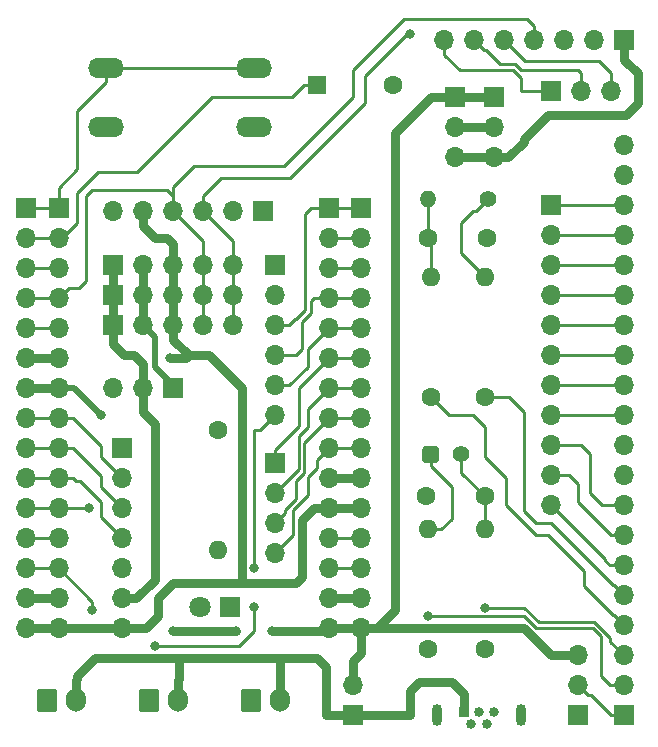
<source format=gtl>
G04 #@! TF.GenerationSoftware,KiCad,Pcbnew,(5.1.2)-1*
G04 #@! TF.CreationDate,2024-09-29T13:42:58+01:00*
G04 #@! TF.ProjectId,ESP8266_PCB01,45535038-3236-4365-9f50-434230312e6b,rev?*
G04 #@! TF.SameCoordinates,Original*
G04 #@! TF.FileFunction,Copper,L1,Top*
G04 #@! TF.FilePolarity,Positive*
%FSLAX46Y46*%
G04 Gerber Fmt 4.6, Leading zero omitted, Abs format (unit mm)*
G04 Created by KiCad (PCBNEW (5.1.2)-1) date 2024-09-29 13:42:58*
%MOMM*%
%LPD*%
G04 APERTURE LIST*
%ADD10R,1.700000X1.700000*%
%ADD11O,1.700000X1.700000*%
%ADD12C,1.400000*%
%ADD13O,1.400000X1.400000*%
%ADD14R,1.600000X1.600000*%
%ADD15C,1.600000*%
%ADD16O,1.700000X2.000000*%
%ADD17C,0.150000*%
%ADD18C,1.700000*%
%ADD19O,1.600000X1.600000*%
%ADD20R,1.800000X1.800000*%
%ADD21C,1.800000*%
%ADD22O,3.048000X1.727200*%
%ADD23R,0.840000X0.840000*%
%ADD24C,0.840000*%
%ADD25O,0.850000X1.850000*%
%ADD26C,0.800000*%
%ADD27C,0.250000*%
%ADD28C,0.750000*%
%ADD29C,0.500000*%
G04 APERTURE END LIST*
D10*
X149702000Y-107442000D03*
D11*
X149702000Y-104902000D03*
X149702000Y-102362000D03*
X149702000Y-99822000D03*
X149702000Y-97282000D03*
X149702000Y-94742000D03*
X149702000Y-92202000D03*
X149702000Y-89662000D03*
X149702000Y-87122000D03*
X149702000Y-84582000D03*
X149702000Y-82042000D03*
X149702000Y-79502000D03*
X149702000Y-76962000D03*
X149702000Y-74422000D03*
X149702000Y-71882000D03*
X149702000Y-69342000D03*
X149702000Y-66802000D03*
X149702000Y-64262000D03*
X149702000Y-61722000D03*
X149702000Y-59182000D03*
D10*
X101844000Y-64516000D03*
D11*
X101844000Y-67056000D03*
X101844000Y-69596000D03*
X101844000Y-72136000D03*
X101844000Y-74676000D03*
X101844000Y-77216000D03*
X101844000Y-79756000D03*
X101844000Y-82296000D03*
X101844000Y-84836000D03*
X101844000Y-87376000D03*
X101844000Y-89916000D03*
X101844000Y-92456000D03*
X101844000Y-94996000D03*
X101844000Y-97536000D03*
X101844000Y-100076000D03*
D12*
X138176000Y-63754000D03*
D13*
X133096000Y-63754000D03*
D14*
X123698000Y-54102000D03*
D15*
X130198000Y-54102000D03*
X132922000Y-88900000D03*
X137922000Y-88900000D03*
X133096000Y-67056000D03*
X138096000Y-67056000D03*
D11*
X116586000Y-71882000D03*
X114046000Y-71882000D03*
X111506000Y-71882000D03*
X108966000Y-71882000D03*
D10*
X106426000Y-71882000D03*
X106426000Y-69342000D03*
D11*
X108966000Y-69342000D03*
X111506000Y-69342000D03*
X114046000Y-69342000D03*
X116586000Y-69342000D03*
X116586000Y-74422000D03*
X114046000Y-74422000D03*
X111506000Y-74422000D03*
X108966000Y-74422000D03*
D10*
X106426000Y-74422000D03*
X135382000Y-55118000D03*
D11*
X135382000Y-57658000D03*
X135382000Y-60198000D03*
X138684000Y-60198000D03*
X138684000Y-57658000D03*
D10*
X138684000Y-55118000D03*
X119126000Y-64770000D03*
D11*
X116586000Y-64770000D03*
X114046000Y-64770000D03*
X111506000Y-64770000D03*
X108966000Y-64770000D03*
X106426000Y-64770000D03*
D10*
X145796000Y-107442000D03*
D11*
X145796000Y-104902000D03*
X145796000Y-102362000D03*
X106426000Y-79756000D03*
X108966000Y-79756000D03*
D10*
X111506000Y-79756000D03*
D16*
X120610000Y-106172000D03*
D17*
G36*
X118734504Y-105173204D02*
G01*
X118758773Y-105176804D01*
X118782571Y-105182765D01*
X118805671Y-105191030D01*
X118827849Y-105201520D01*
X118848893Y-105214133D01*
X118868598Y-105228747D01*
X118886777Y-105245223D01*
X118903253Y-105263402D01*
X118917867Y-105283107D01*
X118930480Y-105304151D01*
X118940970Y-105326329D01*
X118949235Y-105349429D01*
X118955196Y-105373227D01*
X118958796Y-105397496D01*
X118960000Y-105422000D01*
X118960000Y-106922000D01*
X118958796Y-106946504D01*
X118955196Y-106970773D01*
X118949235Y-106994571D01*
X118940970Y-107017671D01*
X118930480Y-107039849D01*
X118917867Y-107060893D01*
X118903253Y-107080598D01*
X118886777Y-107098777D01*
X118868598Y-107115253D01*
X118848893Y-107129867D01*
X118827849Y-107142480D01*
X118805671Y-107152970D01*
X118782571Y-107161235D01*
X118758773Y-107167196D01*
X118734504Y-107170796D01*
X118710000Y-107172000D01*
X117510000Y-107172000D01*
X117485496Y-107170796D01*
X117461227Y-107167196D01*
X117437429Y-107161235D01*
X117414329Y-107152970D01*
X117392151Y-107142480D01*
X117371107Y-107129867D01*
X117351402Y-107115253D01*
X117333223Y-107098777D01*
X117316747Y-107080598D01*
X117302133Y-107060893D01*
X117289520Y-107039849D01*
X117279030Y-107017671D01*
X117270765Y-106994571D01*
X117264804Y-106970773D01*
X117261204Y-106946504D01*
X117260000Y-106922000D01*
X117260000Y-105422000D01*
X117261204Y-105397496D01*
X117264804Y-105373227D01*
X117270765Y-105349429D01*
X117279030Y-105326329D01*
X117289520Y-105304151D01*
X117302133Y-105283107D01*
X117316747Y-105263402D01*
X117333223Y-105245223D01*
X117351402Y-105228747D01*
X117371107Y-105214133D01*
X117392151Y-105201520D01*
X117414329Y-105191030D01*
X117437429Y-105182765D01*
X117461227Y-105176804D01*
X117485496Y-105173204D01*
X117510000Y-105172000D01*
X118710000Y-105172000D01*
X118734504Y-105173204D01*
X118734504Y-105173204D01*
G37*
D18*
X118110000Y-106172000D03*
D17*
G36*
X110098504Y-105173204D02*
G01*
X110122773Y-105176804D01*
X110146571Y-105182765D01*
X110169671Y-105191030D01*
X110191849Y-105201520D01*
X110212893Y-105214133D01*
X110232598Y-105228747D01*
X110250777Y-105245223D01*
X110267253Y-105263402D01*
X110281867Y-105283107D01*
X110294480Y-105304151D01*
X110304970Y-105326329D01*
X110313235Y-105349429D01*
X110319196Y-105373227D01*
X110322796Y-105397496D01*
X110324000Y-105422000D01*
X110324000Y-106922000D01*
X110322796Y-106946504D01*
X110319196Y-106970773D01*
X110313235Y-106994571D01*
X110304970Y-107017671D01*
X110294480Y-107039849D01*
X110281867Y-107060893D01*
X110267253Y-107080598D01*
X110250777Y-107098777D01*
X110232598Y-107115253D01*
X110212893Y-107129867D01*
X110191849Y-107142480D01*
X110169671Y-107152970D01*
X110146571Y-107161235D01*
X110122773Y-107167196D01*
X110098504Y-107170796D01*
X110074000Y-107172000D01*
X108874000Y-107172000D01*
X108849496Y-107170796D01*
X108825227Y-107167196D01*
X108801429Y-107161235D01*
X108778329Y-107152970D01*
X108756151Y-107142480D01*
X108735107Y-107129867D01*
X108715402Y-107115253D01*
X108697223Y-107098777D01*
X108680747Y-107080598D01*
X108666133Y-107060893D01*
X108653520Y-107039849D01*
X108643030Y-107017671D01*
X108634765Y-106994571D01*
X108628804Y-106970773D01*
X108625204Y-106946504D01*
X108624000Y-106922000D01*
X108624000Y-105422000D01*
X108625204Y-105397496D01*
X108628804Y-105373227D01*
X108634765Y-105349429D01*
X108643030Y-105326329D01*
X108653520Y-105304151D01*
X108666133Y-105283107D01*
X108680747Y-105263402D01*
X108697223Y-105245223D01*
X108715402Y-105228747D01*
X108735107Y-105214133D01*
X108756151Y-105201520D01*
X108778329Y-105191030D01*
X108801429Y-105182765D01*
X108825227Y-105176804D01*
X108849496Y-105173204D01*
X108874000Y-105172000D01*
X110074000Y-105172000D01*
X110098504Y-105173204D01*
X110098504Y-105173204D01*
G37*
D18*
X109474000Y-106172000D03*
D16*
X111974000Y-106172000D03*
X103338000Y-106172000D03*
D17*
G36*
X101462504Y-105173204D02*
G01*
X101486773Y-105176804D01*
X101510571Y-105182765D01*
X101533671Y-105191030D01*
X101555849Y-105201520D01*
X101576893Y-105214133D01*
X101596598Y-105228747D01*
X101614777Y-105245223D01*
X101631253Y-105263402D01*
X101645867Y-105283107D01*
X101658480Y-105304151D01*
X101668970Y-105326329D01*
X101677235Y-105349429D01*
X101683196Y-105373227D01*
X101686796Y-105397496D01*
X101688000Y-105422000D01*
X101688000Y-106922000D01*
X101686796Y-106946504D01*
X101683196Y-106970773D01*
X101677235Y-106994571D01*
X101668970Y-107017671D01*
X101658480Y-107039849D01*
X101645867Y-107060893D01*
X101631253Y-107080598D01*
X101614777Y-107098777D01*
X101596598Y-107115253D01*
X101576893Y-107129867D01*
X101555849Y-107142480D01*
X101533671Y-107152970D01*
X101510571Y-107161235D01*
X101486773Y-107167196D01*
X101462504Y-107170796D01*
X101438000Y-107172000D01*
X100238000Y-107172000D01*
X100213496Y-107170796D01*
X100189227Y-107167196D01*
X100165429Y-107161235D01*
X100142329Y-107152970D01*
X100120151Y-107142480D01*
X100099107Y-107129867D01*
X100079402Y-107115253D01*
X100061223Y-107098777D01*
X100044747Y-107080598D01*
X100030133Y-107060893D01*
X100017520Y-107039849D01*
X100007030Y-107017671D01*
X99998765Y-106994571D01*
X99992804Y-106970773D01*
X99989204Y-106946504D01*
X99988000Y-106922000D01*
X99988000Y-105422000D01*
X99989204Y-105397496D01*
X99992804Y-105373227D01*
X99998765Y-105349429D01*
X100007030Y-105326329D01*
X100017520Y-105304151D01*
X100030133Y-105283107D01*
X100044747Y-105263402D01*
X100061223Y-105245223D01*
X100079402Y-105228747D01*
X100099107Y-105214133D01*
X100120151Y-105201520D01*
X100142329Y-105191030D01*
X100165429Y-105182765D01*
X100189227Y-105176804D01*
X100213496Y-105173204D01*
X100238000Y-105172000D01*
X101438000Y-105172000D01*
X101462504Y-105173204D01*
X101462504Y-105173204D01*
G37*
D18*
X100838000Y-106172000D03*
D12*
X135910000Y-85344000D03*
D17*
G36*
X133825226Y-84645200D02*
G01*
X133849417Y-84648788D01*
X133873139Y-84654730D01*
X133896165Y-84662969D01*
X133918272Y-84673425D01*
X133939248Y-84685998D01*
X133958891Y-84700566D01*
X133977011Y-84716989D01*
X133993434Y-84735109D01*
X134008002Y-84754752D01*
X134020575Y-84775728D01*
X134031031Y-84797835D01*
X134039270Y-84820861D01*
X134045212Y-84844583D01*
X134048800Y-84868774D01*
X134050000Y-84893200D01*
X134050000Y-85794800D01*
X134048800Y-85819226D01*
X134045212Y-85843417D01*
X134039270Y-85867139D01*
X134031031Y-85890165D01*
X134020575Y-85912272D01*
X134008002Y-85933248D01*
X133993434Y-85952891D01*
X133977011Y-85971011D01*
X133958891Y-85987434D01*
X133939248Y-86002002D01*
X133918272Y-86014575D01*
X133896165Y-86025031D01*
X133873139Y-86033270D01*
X133849417Y-86039212D01*
X133825226Y-86042800D01*
X133800800Y-86044000D01*
X132899200Y-86044000D01*
X132874774Y-86042800D01*
X132850583Y-86039212D01*
X132826861Y-86033270D01*
X132803835Y-86025031D01*
X132781728Y-86014575D01*
X132760752Y-86002002D01*
X132741109Y-85987434D01*
X132722989Y-85971011D01*
X132706566Y-85952891D01*
X132691998Y-85933248D01*
X132679425Y-85912272D01*
X132668969Y-85890165D01*
X132660730Y-85867139D01*
X132654788Y-85843417D01*
X132651200Y-85819226D01*
X132650000Y-85794800D01*
X132650000Y-84893200D01*
X132651200Y-84868774D01*
X132654788Y-84844583D01*
X132660730Y-84820861D01*
X132668969Y-84797835D01*
X132679425Y-84775728D01*
X132691998Y-84754752D01*
X132706566Y-84735109D01*
X132722989Y-84716989D01*
X132741109Y-84700566D01*
X132760752Y-84685998D01*
X132781728Y-84673425D01*
X132803835Y-84662969D01*
X132826861Y-84654730D01*
X132850583Y-84648788D01*
X132874774Y-84645200D01*
X132899200Y-84644000D01*
X133800800Y-84644000D01*
X133825226Y-84645200D01*
X133825226Y-84645200D01*
G37*
D12*
X133350000Y-85344000D03*
D19*
X115316000Y-93472000D03*
D15*
X115316000Y-83312000D03*
X133096000Y-101854000D03*
D19*
X133096000Y-91694000D03*
D15*
X137922000Y-101854000D03*
D19*
X137922000Y-91694000D03*
D15*
X137922000Y-80518000D03*
D19*
X137922000Y-70358000D03*
X133350000Y-70358000D03*
D15*
X133350000Y-80518000D03*
D20*
X116332000Y-98298000D03*
D21*
X113792000Y-98298000D03*
D22*
X118364000Y-52658000D03*
X118364000Y-57658000D03*
X105864000Y-52658000D03*
X105864000Y-57658000D03*
D23*
X136144000Y-107188000D03*
D24*
X136794000Y-108188000D03*
X137444000Y-107188000D03*
X138094000Y-108188000D03*
X138744000Y-107188000D03*
D25*
X133869000Y-107408000D03*
X141019000Y-107408000D03*
D10*
X107188000Y-84836000D03*
D11*
X107188000Y-87376000D03*
X107188000Y-89916000D03*
X107188000Y-92456000D03*
X107188000Y-94996000D03*
X107188000Y-97536000D03*
X107188000Y-100076000D03*
D10*
X149702000Y-50292000D03*
D11*
X147162000Y-50292000D03*
X144622000Y-50292000D03*
X142082000Y-50292000D03*
X139542000Y-50292000D03*
X137002000Y-50292000D03*
X134462000Y-50292000D03*
D10*
X143510000Y-54610000D03*
D11*
X146050000Y-54610000D03*
X148590000Y-54610000D03*
D10*
X126746000Y-107442000D03*
D11*
X126746000Y-104902000D03*
X124704000Y-100076000D03*
X124704000Y-97536000D03*
X124704000Y-94996000D03*
X124704000Y-92456000D03*
X124704000Y-89916000D03*
X124704000Y-87376000D03*
X124704000Y-84836000D03*
X124704000Y-82296000D03*
X124704000Y-79756000D03*
X124704000Y-77216000D03*
X124704000Y-74676000D03*
X124704000Y-72136000D03*
X124704000Y-69596000D03*
X124704000Y-67056000D03*
D10*
X124704000Y-64516000D03*
D11*
X127450000Y-100076000D03*
X127450000Y-97536000D03*
X127450000Y-94996000D03*
X127450000Y-92456000D03*
X127450000Y-89916000D03*
X127450000Y-87376000D03*
X127450000Y-84836000D03*
X127450000Y-82296000D03*
X127450000Y-79756000D03*
X127450000Y-77216000D03*
X127450000Y-74676000D03*
X127450000Y-72136000D03*
X127450000Y-69596000D03*
X127450000Y-67056000D03*
D10*
X127450000Y-64516000D03*
X99060000Y-64516000D03*
D11*
X99060000Y-67056000D03*
X99060000Y-69596000D03*
X99060000Y-72136000D03*
X99060000Y-74676000D03*
X99060000Y-77216000D03*
X99060000Y-79756000D03*
X99060000Y-82296000D03*
X99060000Y-84836000D03*
X99060000Y-87376000D03*
X99060000Y-89916000D03*
X99060000Y-92456000D03*
X99060000Y-94996000D03*
X99060000Y-97536000D03*
X99060000Y-100076000D03*
D10*
X143510000Y-64262000D03*
D11*
X143510000Y-66802000D03*
X143510000Y-69342000D03*
X143510000Y-71882000D03*
X143510000Y-74422000D03*
X143510000Y-76962000D03*
X143510000Y-79502000D03*
X143510000Y-82042000D03*
X143510000Y-84582000D03*
X143510000Y-87122000D03*
X143510000Y-89662000D03*
D10*
X120142000Y-69342000D03*
D11*
X120142000Y-71882000D03*
X120142000Y-74422000D03*
X120142000Y-76962000D03*
X120142000Y-79502000D03*
X120142000Y-82042000D03*
D10*
X120142000Y-86106000D03*
D11*
X120142000Y-88646000D03*
X120142000Y-91186000D03*
X120142000Y-93726000D03*
D26*
X105410000Y-82042000D03*
X111252000Y-77216000D03*
X111506000Y-100330000D03*
X116840000Y-100330000D03*
X119888000Y-100330000D03*
X131572000Y-49784000D03*
X133096000Y-99060000D03*
X137922000Y-98335000D03*
X104394000Y-89916000D03*
X104648000Y-98552000D03*
X109982000Y-101600000D03*
X118364000Y-98298000D03*
X118364000Y-94996000D03*
D27*
X100262081Y-67056000D02*
X101844000Y-67056000D01*
X99060000Y-67056000D02*
X100262081Y-67056000D01*
X122648000Y-54102000D02*
X121632000Y-55118000D01*
X123698000Y-54102000D02*
X122648000Y-54102000D01*
X121632000Y-55118000D02*
X114808000Y-55118000D01*
X114808000Y-55118000D02*
X108458000Y-61468000D01*
X108458000Y-61468000D02*
X105156000Y-61468000D01*
X102094988Y-67056000D02*
X103378000Y-65772988D01*
X101844000Y-67056000D02*
X102094988Y-67056000D01*
X103378000Y-63246000D02*
X104140000Y-62484000D01*
X103378000Y-65772988D02*
X103378000Y-63246000D01*
X105156000Y-61468000D02*
X104140000Y-62484000D01*
X104140000Y-62484000D02*
X103886000Y-62738000D01*
D28*
X99060000Y-79756000D02*
X101844000Y-79756000D01*
X99060000Y-97536000D02*
X101844000Y-97536000D01*
X124704000Y-97536000D02*
X127450000Y-97536000D01*
X124704000Y-87376000D02*
X127450000Y-87376000D01*
X108966000Y-69342000D02*
X108966000Y-71882000D01*
X108966000Y-71882000D02*
X108966000Y-74422000D01*
X135382000Y-57658000D02*
X138684000Y-57658000D01*
D29*
X111506000Y-79756000D02*
X111506000Y-79502000D01*
X111506000Y-79502000D02*
X109982000Y-77978000D01*
X109982000Y-75438000D02*
X108966000Y-74422000D01*
X109982000Y-77978000D02*
X109982000Y-75438000D01*
X101844000Y-79756000D02*
X103124000Y-79756000D01*
X103124000Y-79756000D02*
X105410000Y-82042000D01*
D27*
X133350000Y-67310000D02*
X133096000Y-67056000D01*
X133350000Y-70358000D02*
X133350000Y-67310000D01*
X133096000Y-65924630D02*
X133096000Y-63754000D01*
X133096000Y-67056000D02*
X133096000Y-65924630D01*
X137922000Y-91694000D02*
X137922000Y-88900000D01*
X135910000Y-86888000D02*
X135910000Y-85344000D01*
X137922000Y-88900000D02*
X135910000Y-86888000D01*
D28*
X99060000Y-77216000D02*
X101844000Y-77216000D01*
X99060000Y-100076000D02*
X101844000Y-100076000D01*
X124704000Y-89916000D02*
X127450000Y-89916000D01*
X101844000Y-100076000D02*
X107188000Y-100076000D01*
X111506000Y-69342000D02*
X111506000Y-71882000D01*
X111506000Y-71882000D02*
X111506000Y-74422000D01*
X122428000Y-90932000D02*
X123444000Y-89916000D01*
X122428000Y-95758000D02*
X122428000Y-90932000D01*
X109220000Y-100076000D02*
X110236000Y-99060000D01*
X107188000Y-100076000D02*
X109220000Y-100076000D01*
X110236000Y-99060000D02*
X110236000Y-97536000D01*
X123444000Y-89916000D02*
X124704000Y-89916000D01*
X110236000Y-97536000D02*
X111506000Y-96266000D01*
X121920000Y-96266000D02*
X122428000Y-95758000D01*
X111506000Y-75624081D02*
X112843919Y-76962000D01*
X111506000Y-74422000D02*
X111506000Y-75624081D01*
X112843919Y-76962000D02*
X114554000Y-76962000D01*
X117348000Y-79756000D02*
X117348000Y-96266000D01*
X114554000Y-76962000D02*
X117348000Y-79756000D01*
X111506000Y-96266000D02*
X117348000Y-96266000D01*
X117348000Y-96266000D02*
X121920000Y-96266000D01*
X108966000Y-64770000D02*
X108966000Y-66040000D01*
X108966000Y-66040000D02*
X109982000Y-67056000D01*
X109982000Y-67056000D02*
X110998000Y-67056000D01*
X111506000Y-67564000D02*
X111506000Y-69342000D01*
X110998000Y-67056000D02*
X111506000Y-67564000D01*
X135382000Y-60198000D02*
X138684000Y-60198000D01*
X139886081Y-60198000D02*
X141224000Y-58860081D01*
X138684000Y-60198000D02*
X139886081Y-60198000D01*
X141224000Y-58860081D02*
X141224000Y-58674000D01*
X141224000Y-58674000D02*
X143256000Y-56642000D01*
X143256000Y-56642000D02*
X149860000Y-56642000D01*
X149860000Y-56642000D02*
X150876000Y-55626000D01*
X150876000Y-55626000D02*
X150876000Y-53086000D01*
X149702000Y-51912000D02*
X149702000Y-50292000D01*
X150876000Y-53086000D02*
X149702000Y-51912000D01*
X112589919Y-77216000D02*
X112843919Y-76962000D01*
X111252000Y-77216000D02*
X112589919Y-77216000D01*
X120610000Y-102656000D02*
X120610000Y-106172000D01*
X120650000Y-102616000D02*
X120610000Y-102656000D01*
X103338000Y-104422000D02*
X103378000Y-104382000D01*
X103338000Y-106172000D02*
X103338000Y-104422000D01*
X103378000Y-104382000D02*
X103378000Y-104140000D01*
X103378000Y-104140000D02*
X104902000Y-102616000D01*
X112014000Y-104382000D02*
X112014000Y-102616000D01*
X111974000Y-104422000D02*
X112014000Y-104382000D01*
X111974000Y-106172000D02*
X111974000Y-104422000D01*
X104902000Y-102616000D02*
X112014000Y-102616000D01*
X112014000Y-102616000D02*
X120650000Y-102616000D01*
X124704000Y-100076000D02*
X127450000Y-100076000D01*
X127450000Y-100076000D02*
X127450000Y-102166000D01*
X127450000Y-102166000D02*
X126746000Y-102870000D01*
X106426000Y-69342000D02*
X106426000Y-71882000D01*
X106426000Y-71882000D02*
X106426000Y-74422000D01*
X106426000Y-76022000D02*
X107366000Y-76962000D01*
X106426000Y-74422000D02*
X106426000Y-76022000D01*
X107366000Y-76962000D02*
X108204000Y-76962000D01*
X108966000Y-77724000D02*
X108966000Y-79756000D01*
X108204000Y-76962000D02*
X108966000Y-77724000D01*
X133350000Y-55118000D02*
X135382000Y-55118000D01*
X130302000Y-58166000D02*
X133350000Y-55118000D01*
X130302000Y-98552000D02*
X130302000Y-58166000D01*
X127450000Y-100076000D02*
X128778000Y-100076000D01*
X128778000Y-100076000D02*
X130302000Y-98552000D01*
X135382000Y-55118000D02*
X138684000Y-55118000D01*
X127450000Y-100076000D02*
X141224000Y-100076000D01*
X143510000Y-102362000D02*
X145796000Y-102362000D01*
X141224000Y-100076000D02*
X143510000Y-102362000D01*
X108966000Y-81788000D02*
X108966000Y-79756000D01*
X109982000Y-82804000D02*
X108966000Y-81788000D01*
X109982000Y-95944081D02*
X109982000Y-82804000D01*
X107188000Y-97536000D02*
X108390081Y-97536000D01*
X108390081Y-97536000D02*
X109982000Y-95944081D01*
X136144000Y-105664000D02*
X136144000Y-107188000D01*
X135128000Y-104648000D02*
X136144000Y-105664000D01*
X132334000Y-104648000D02*
X135128000Y-104648000D01*
X131572000Y-105410000D02*
X132334000Y-104648000D01*
X126746000Y-107442000D02*
X131572000Y-107442000D01*
X131572000Y-107442000D02*
X131572000Y-105410000D01*
X123698000Y-102616000D02*
X120650000Y-102616000D01*
X124460000Y-103378000D02*
X123698000Y-102616000D01*
X126746000Y-107442000D02*
X124460000Y-107442000D01*
X124460000Y-107442000D02*
X124460000Y-103378000D01*
X126746000Y-104902000D02*
X126746000Y-102870000D01*
X111506000Y-100330000D02*
X116840000Y-100330000D01*
X124450000Y-100330000D02*
X124704000Y-100076000D01*
X119888000Y-100330000D02*
X124450000Y-100330000D01*
D27*
X134227370Y-91694000D02*
X135128000Y-90793370D01*
X133096000Y-91694000D02*
X134227370Y-91694000D01*
X135128000Y-90793370D02*
X135128000Y-88138000D01*
X133350000Y-86360000D02*
X133350000Y-85344000D01*
X135128000Y-88138000D02*
X133350000Y-86360000D01*
X137160000Y-64770000D02*
X138176000Y-63754000D01*
X136906000Y-64770000D02*
X137160000Y-64770000D01*
X135890000Y-65786000D02*
X136906000Y-64770000D01*
X137922000Y-70358000D02*
X135890000Y-68326000D01*
X135890000Y-68326000D02*
X135890000Y-65786000D01*
X100262081Y-74676000D02*
X101844000Y-74676000D01*
X99060000Y-74676000D02*
X100262081Y-74676000D01*
X116586000Y-67310000D02*
X116586000Y-69342000D01*
X114046000Y-64770000D02*
X116586000Y-67310000D01*
X116586000Y-69342000D02*
X116586000Y-71882000D01*
X116586000Y-71882000D02*
X116586000Y-74422000D01*
X114046000Y-64770000D02*
X114046000Y-63500000D01*
X114046000Y-63500000D02*
X115570000Y-61976000D01*
X115570000Y-61976000D02*
X121412000Y-61976000D01*
X121412000Y-61976000D02*
X127762000Y-55626000D01*
X127762000Y-55626000D02*
X127762000Y-53340000D01*
X127762000Y-53340000D02*
X131318000Y-49784000D01*
X131318000Y-49784000D02*
X131572000Y-49784000D01*
X100262081Y-72136000D02*
X101844000Y-72136000D01*
X99060000Y-72136000D02*
X100262081Y-72136000D01*
X114046000Y-67310000D02*
X114046000Y-69342000D01*
X111506000Y-64770000D02*
X114046000Y-67310000D01*
X114046000Y-70544081D02*
X114046000Y-71882000D01*
X114046000Y-69342000D02*
X114046000Y-70544081D01*
X114046000Y-71882000D02*
X114046000Y-74422000D01*
X111506000Y-63500000D02*
X111506000Y-64770000D01*
X110998000Y-62992000D02*
X111506000Y-63500000D01*
X102693999Y-71286001D02*
X103544001Y-71286001D01*
X103544001Y-71286001D02*
X104140000Y-70690002D01*
X101844000Y-72136000D02*
X102693999Y-71286001D01*
X104140000Y-70690002D02*
X104140000Y-63500000D01*
X104140000Y-63500000D02*
X104648000Y-62992000D01*
X104648000Y-62992000D02*
X110998000Y-62992000D01*
X113284000Y-60960000D02*
X111506000Y-62738000D01*
X111506000Y-62738000D02*
X111506000Y-64770000D01*
X120904000Y-60960000D02*
X113284000Y-60960000D01*
X142082000Y-49089919D02*
X141506081Y-48514000D01*
X142082000Y-50292000D02*
X142082000Y-49089919D01*
X141506081Y-48514000D02*
X131064000Y-48514000D01*
X131064000Y-48514000D02*
X126746000Y-52832000D01*
X126746000Y-52832000D02*
X126746000Y-55118000D01*
X126746000Y-55118000D02*
X120904000Y-60960000D01*
X99060000Y-84836000D02*
X101844000Y-84836000D01*
X103046081Y-84836000D02*
X105410000Y-87199919D01*
X101844000Y-84836000D02*
X103046081Y-84836000D01*
X105410000Y-87199919D02*
X105410000Y-88138000D01*
X105410000Y-88138000D02*
X107188000Y-89916000D01*
X99060000Y-82296000D02*
X101844000Y-82296000D01*
X103046081Y-82296000D02*
X105410000Y-84659919D01*
X101844000Y-82296000D02*
X103046081Y-82296000D01*
X105410000Y-84659919D02*
X105410000Y-85598000D01*
X105410000Y-85598000D02*
X107188000Y-87376000D01*
X99060000Y-87376000D02*
X101844000Y-87376000D01*
X103046081Y-87376000D02*
X103300081Y-87630000D01*
X101844000Y-87376000D02*
X103046081Y-87376000D01*
X103300081Y-87630000D02*
X103632000Y-87630000D01*
X103632000Y-87630000D02*
X105410000Y-89408000D01*
X105410000Y-90678000D02*
X107188000Y-92456000D01*
X105410000Y-89408000D02*
X105410000Y-90678000D01*
X139542000Y-50292000D02*
X141320000Y-52070000D01*
X141320000Y-52070000D02*
X147574000Y-52070000D01*
X148590000Y-53086000D02*
X148590000Y-54610000D01*
X147574000Y-52070000D02*
X148590000Y-53086000D01*
X137851999Y-51141999D02*
X138009999Y-51141999D01*
X137002000Y-50292000D02*
X137851999Y-51141999D01*
X138009999Y-51141999D02*
X139192000Y-52324000D01*
X139192000Y-52324000D02*
X140462000Y-52324000D01*
X140462000Y-52324000D02*
X140970000Y-52832000D01*
X146050000Y-54610000D02*
X146050000Y-53086000D01*
X146050000Y-53086000D02*
X145796000Y-52832000D01*
X145796000Y-52832000D02*
X140970000Y-52832000D01*
X140970000Y-54610000D02*
X143510000Y-54610000D01*
X140970000Y-53468410D02*
X140970000Y-54610000D01*
X140333590Y-52832000D02*
X140970000Y-53468410D01*
X135799919Y-52832000D02*
X140333590Y-52832000D01*
X134462000Y-50292000D02*
X134462000Y-51494081D01*
X134462000Y-51494081D02*
X135799919Y-52832000D01*
X146645999Y-105751999D02*
X146899999Y-105751999D01*
X145796000Y-104902000D02*
X146645999Y-105751999D01*
X148590000Y-107442000D02*
X149702000Y-107442000D01*
X146899999Y-105751999D02*
X148590000Y-107442000D01*
X148499919Y-104902000D02*
X147737919Y-104140000D01*
X149702000Y-104902000D02*
X148499919Y-104902000D01*
X147737919Y-104140000D02*
X147737919Y-100747919D01*
X147737919Y-100747919D02*
X147066000Y-100076000D01*
X147066000Y-100076000D02*
X142240000Y-100076000D01*
X142240000Y-100076000D02*
X141224000Y-99060000D01*
X141224000Y-99060000D02*
X133096000Y-99060000D01*
X148526999Y-100900589D02*
X147194410Y-99568000D01*
X149702000Y-102362000D02*
X148526999Y-101186999D01*
X148526999Y-101186999D02*
X148526999Y-100900589D01*
X147194410Y-99568000D02*
X142494000Y-99568000D01*
X142494000Y-99568000D02*
X141261000Y-98335000D01*
X141261000Y-98335000D02*
X137922000Y-98335000D01*
X148852001Y-98972001D02*
X148756001Y-98972001D01*
X149702000Y-99822000D02*
X148852001Y-98972001D01*
X148756001Y-98972001D02*
X146304000Y-96520000D01*
X146304000Y-96520000D02*
X146304000Y-95250000D01*
X146304000Y-95250000D02*
X143256000Y-92202000D01*
X143256000Y-92202000D02*
X142240000Y-92202000D01*
X142240000Y-92202000D02*
X139700000Y-89662000D01*
X139700000Y-89662000D02*
X139700000Y-87376000D01*
X139700000Y-87376000D02*
X137922000Y-85598000D01*
X137922000Y-85598000D02*
X137922000Y-83058000D01*
X137922000Y-83058000D02*
X136906000Y-82042000D01*
X134874000Y-82042000D02*
X133350000Y-80518000D01*
X136906000Y-82042000D02*
X134874000Y-82042000D01*
X139954000Y-80518000D02*
X137922000Y-80518000D01*
X148852001Y-96432001D02*
X148756001Y-96432001D01*
X141224000Y-81788000D02*
X139954000Y-80518000D01*
X149702000Y-97282000D02*
X148852001Y-96432001D01*
X148756001Y-96432001D02*
X143510000Y-91186000D01*
X143510000Y-91186000D02*
X142240000Y-91186000D01*
X142240000Y-91186000D02*
X141224000Y-90170000D01*
X141224000Y-90170000D02*
X141224000Y-81788000D01*
X143510000Y-89662000D02*
X148082000Y-94234000D01*
X148082000Y-94324081D02*
X148082000Y-94234000D01*
X148499919Y-94742000D02*
X148082000Y-94324081D01*
X149702000Y-94742000D02*
X148499919Y-94742000D01*
X148590000Y-92202000D02*
X149702000Y-92202000D01*
X145796000Y-89408000D02*
X148590000Y-92202000D01*
X145796000Y-87884000D02*
X145796000Y-89408000D01*
X143510000Y-87122000D02*
X145034000Y-87122000D01*
X145034000Y-87122000D02*
X145796000Y-87884000D01*
X147828000Y-89662000D02*
X149702000Y-89662000D01*
X146812000Y-88646000D02*
X147828000Y-89662000D01*
X146812000Y-85344000D02*
X146812000Y-88646000D01*
X143510000Y-84582000D02*
X146050000Y-84582000D01*
X146050000Y-84582000D02*
X146812000Y-85344000D01*
X143510000Y-79502000D02*
X149702000Y-79502000D01*
X143510000Y-76962000D02*
X149702000Y-76962000D01*
X143510000Y-74422000D02*
X149702000Y-74422000D01*
X143510000Y-71882000D02*
X149702000Y-71882000D01*
X144712081Y-69342000D02*
X149702000Y-69342000D01*
X143510000Y-69342000D02*
X144712081Y-69342000D01*
X144712081Y-66802000D02*
X149702000Y-66802000D01*
X143510000Y-66802000D02*
X144712081Y-66802000D01*
X144610000Y-64262000D02*
X149702000Y-64262000D01*
X143510000Y-64262000D02*
X144610000Y-64262000D01*
X125906081Y-94996000D02*
X127450000Y-94996000D01*
X124704000Y-94996000D02*
X125906081Y-94996000D01*
X124704000Y-92456000D02*
X127450000Y-92456000D01*
X125906081Y-84836000D02*
X127450000Y-84836000D01*
X124704000Y-84836000D02*
X125906081Y-84836000D01*
X121666000Y-92202000D02*
X121666000Y-90044410D01*
X120142000Y-93726000D02*
X121666000Y-92202000D01*
X121666000Y-90044410D02*
X122936000Y-88774410D01*
X122936000Y-88774410D02*
X122936000Y-87250410D01*
X122936000Y-87250410D02*
X123698000Y-86488410D01*
X123698000Y-85842000D02*
X124704000Y-84836000D01*
X123698000Y-86488410D02*
X123698000Y-85842000D01*
X124704000Y-82296000D02*
X127450000Y-82296000D01*
X122624010Y-84375990D02*
X124704000Y-82296000D01*
X120991999Y-90336001D02*
X120991999Y-90082001D01*
X120142000Y-91186000D02*
X120991999Y-90336001D01*
X120991999Y-90082001D02*
X121920000Y-89154000D01*
X121920000Y-89154000D02*
X121920000Y-87630000D01*
X121920000Y-87630000D02*
X122624010Y-86925990D01*
X122624010Y-86925990D02*
X122624010Y-84375990D01*
X124704000Y-79756000D02*
X127450000Y-79756000D01*
X122936000Y-81524000D02*
X124704000Y-79756000D01*
X122936000Y-83058000D02*
X122936000Y-81524000D01*
X122174000Y-83820000D02*
X122936000Y-83058000D01*
X120142000Y-88646000D02*
X122174000Y-86614000D01*
X122174000Y-86614000D02*
X122174000Y-83820000D01*
X125906081Y-77216000D02*
X127450000Y-77216000D01*
X124704000Y-77216000D02*
X125906081Y-77216000D01*
X120142000Y-85006000D02*
X122174000Y-82974000D01*
X120142000Y-86106000D02*
X120142000Y-85006000D01*
X122174000Y-79746000D02*
X124704000Y-77216000D01*
X122174000Y-82974000D02*
X122174000Y-79746000D01*
X125906081Y-74676000D02*
X127450000Y-74676000D01*
X124704000Y-74676000D02*
X125906081Y-74676000D01*
X121344081Y-79502000D02*
X122936000Y-77910081D01*
X120142000Y-79502000D02*
X121344081Y-79502000D01*
X122936000Y-76444000D02*
X124704000Y-74676000D01*
X122936000Y-77910081D02*
X122936000Y-76444000D01*
X125906081Y-72136000D02*
X127450000Y-72136000D01*
X124704000Y-72136000D02*
X125906081Y-72136000D01*
X120142000Y-76962000D02*
X121920000Y-76962000D01*
X121920000Y-76962000D02*
X122428000Y-76454000D01*
X122428000Y-76454000D02*
X122428000Y-74168000D01*
X122428000Y-74168000D02*
X123190000Y-73406000D01*
X123190000Y-73406000D02*
X123190000Y-72390000D01*
X123444000Y-72136000D02*
X124704000Y-72136000D01*
X123190000Y-72390000D02*
X123444000Y-72136000D01*
X125906081Y-69596000D02*
X127450000Y-69596000D01*
X124704000Y-69596000D02*
X125906081Y-69596000D01*
X124704000Y-67056000D02*
X127450000Y-67056000D01*
X124704000Y-64516000D02*
X127450000Y-64516000D01*
X121344081Y-74422000D02*
X121852081Y-73914000D01*
X120142000Y-74422000D02*
X121344081Y-74422000D01*
X121852081Y-73914000D02*
X121920000Y-73914000D01*
X121920000Y-73914000D02*
X122682000Y-73152000D01*
X122682000Y-73152000D02*
X122682000Y-65024000D01*
X123190000Y-64516000D02*
X124704000Y-64516000D01*
X122682000Y-65024000D02*
X123190000Y-64516000D01*
X99060000Y-89916000D02*
X101844000Y-89916000D01*
X101844000Y-89916000D02*
X104394000Y-89916000D01*
X99060000Y-64516000D02*
X101844000Y-64516000D01*
X116590000Y-52658000D02*
X105864000Y-52658000D01*
X118364000Y-52658000D02*
X116590000Y-52658000D01*
X105864000Y-53771600D02*
X103378000Y-56257600D01*
X105864000Y-52658000D02*
X105864000Y-53771600D01*
X103378000Y-56257600D02*
X103378000Y-61214000D01*
X101844000Y-62748000D02*
X101844000Y-64516000D01*
X103378000Y-61214000D02*
X101844000Y-62748000D01*
X100262081Y-69596000D02*
X101844000Y-69596000D01*
X99060000Y-69596000D02*
X100262081Y-69596000D01*
X99060000Y-92456000D02*
X101844000Y-92456000D01*
X99060000Y-94996000D02*
X101844000Y-94996000D01*
X101844000Y-94996000D02*
X104648000Y-97800000D01*
X104648000Y-97800000D02*
X104648000Y-98552000D01*
X109982000Y-101600000D02*
X110547685Y-101600000D01*
X110547685Y-101600000D02*
X117094000Y-101600000D01*
X117094000Y-101600000D02*
X118364000Y-100330000D01*
X118364000Y-100330000D02*
X118364000Y-98298000D01*
X118364000Y-94996000D02*
X118364000Y-83312000D01*
X118872000Y-83312000D02*
X120142000Y-82042000D01*
X118364000Y-83312000D02*
X118872000Y-83312000D01*
X144712081Y-82042000D02*
X149702000Y-82042000D01*
X143510000Y-82042000D02*
X144712081Y-82042000D01*
M02*

</source>
